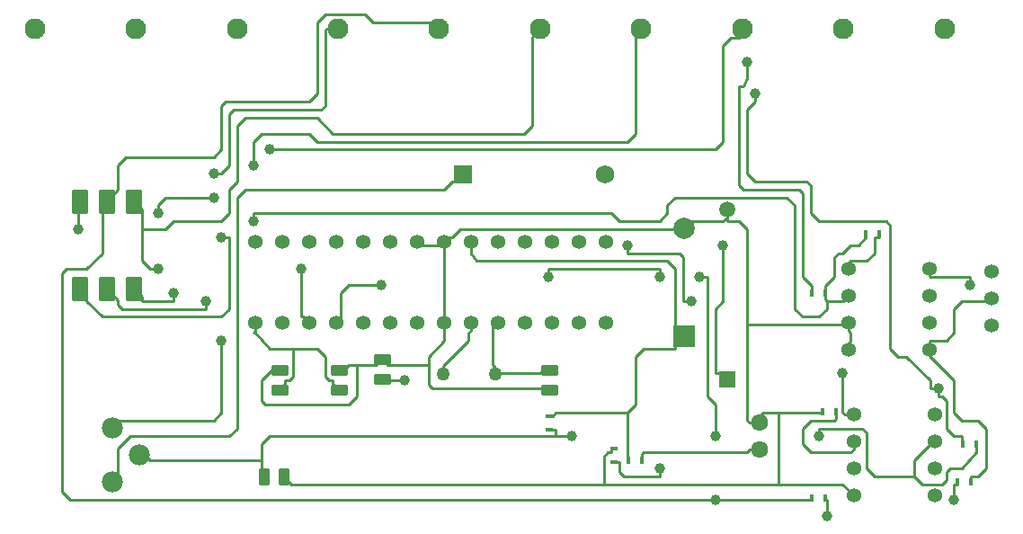
<source format=gtl>
G04 Generated by Ultiboard 13.0 *
%FSLAX25Y25*%
%MOIN*%

%ADD10C,0.00001*%
%ADD11C,0.01000*%
%ADD12C,0.05337*%
%ADD13C,0.05000*%
%ADD14R,0.07874X0.07874*%
%ADD15C,0.07874*%
%ADD16C,0.05906*%
%ADD17R,0.05906X0.05906*%
%ADD18C,0.06334*%
%ADD19C,0.07699*%
%ADD20R,0.06900X0.06900*%
%ADD21C,0.06900*%
%ADD22C,0.03937*%
%ADD23R,0.04251X0.07334*%
%ADD24C,0.01666*%
%ADD25R,0.02251X0.04668*%
%ADD26R,0.04668X0.02251*%
%ADD27R,0.03150X0.01181*%
%ADD28R,0.01181X0.03150*%
%ADD29C,0.07834*%


G04 ColorRGB 00FF00 for the following layer *
%LNCopper Top*%
%LPD*%
G54D10*
G54D11*
X383039Y169000D02*
X381598Y169000D01*
X380906Y168307D01*
X345472Y132874D02*
X346346Y132000D01*
X350000Y132000D01*
X380906Y168307D02*
X345472Y168307D01*
X345472Y132874D01*
X385039Y135000D02*
X381732Y135000D01*
X380906Y135827D01*
X380906Y150591D01*
X327756Y186024D02*
X330709Y186024D01*
X330709Y141732D01*
X333661Y138780D01*
X333661Y126969D01*
X333661Y103346D02*
X369443Y103346D01*
X369443Y103999D01*
X268740Y278000D02*
X265748Y275008D01*
X265748Y242126D01*
X262795Y239173D01*
X191929Y239173D01*
X186024Y245079D01*
X159449Y245079D01*
X156496Y242126D01*
X156496Y221457D01*
X153543Y218504D01*
X153543Y209646D01*
X150591Y206693D01*
X132874Y206693D01*
X129921Y203740D01*
X121063Y211187D02*
X118000Y214250D01*
X129921Y203740D02*
X121063Y203740D01*
X121063Y211187D01*
X416339Y144685D02*
X413386Y144685D01*
X413386Y147638D01*
X404528Y156496D01*
X401575Y156496D01*
X398622Y159449D01*
X398622Y205217D01*
X397146Y206693D01*
X372047Y206693D01*
X369094Y209646D01*
X348425Y221457D02*
X345472Y224409D01*
X345472Y248031D01*
X348425Y250984D01*
X348425Y253937D01*
X132874Y180118D02*
X132874Y177165D01*
X121063Y177165D01*
X121063Y178687D01*
X118000Y181750D01*
X369094Y209646D02*
X369094Y219980D01*
X367618Y221457D01*
X348425Y221457D01*
X292323Y119587D02*
X293799Y121063D01*
X295276Y121063D01*
X295276Y122557D01*
X295999Y122557D01*
X357283Y135827D02*
X357283Y109252D01*
X292323Y109252D01*
X292323Y119587D01*
X147638Y215551D02*
X129921Y215551D01*
X126969Y212598D01*
X126969Y209646D01*
X97441Y203740D02*
X97441Y214250D01*
X98000Y214250D01*
X200787Y153543D02*
X200787Y141732D01*
X197835Y138780D01*
X166831Y138780D01*
X165354Y140256D01*
X165354Y147638D01*
X169383Y151667D01*
X172000Y151667D01*
X428557Y110001D02*
X428557Y112205D01*
X431102Y112205D01*
X434055Y115157D01*
X434055Y129921D01*
X431102Y132874D01*
X425197Y132874D01*
X422244Y135827D01*
X422244Y147638D01*
X412961Y156921D01*
X412961Y159000D01*
X147638Y224409D02*
X150591Y224409D01*
X153543Y227362D01*
X153543Y246555D01*
X155020Y248031D01*
X187500Y248031D01*
X188976Y249508D01*
X188976Y277559D01*
X189417Y278000D01*
X193780Y278000D01*
X350000Y122000D02*
X346409Y122000D01*
X345472Y121063D01*
X307087Y121063D01*
X306557Y120533D01*
X306557Y118001D01*
X144685Y177165D02*
X144685Y174213D01*
X113681Y174213D01*
X112205Y175689D01*
X112205Y177545D01*
X108000Y181750D01*
X436000Y178000D02*
X434890Y178000D01*
X434055Y177165D01*
X425197Y177165D01*
X422244Y174213D01*
X422244Y165354D01*
X419291Y162402D01*
X413386Y162402D01*
X412961Y161976D01*
X412961Y159000D01*
X296001Y117443D02*
X298228Y117443D01*
X298228Y113681D01*
X299705Y112205D01*
X312992Y112205D01*
X312992Y115157D01*
X274606Y129443D02*
X272001Y129443D01*
X280512Y126969D02*
X274606Y126969D01*
X274606Y129443D01*
X322000Y164000D02*
X318898Y164000D01*
X318898Y159449D01*
X307087Y159449D01*
X304134Y156496D01*
X304134Y138780D01*
X301181Y135827D01*
X272000Y151667D02*
X269777Y151667D01*
X268701Y150591D01*
X253937Y150591D01*
X253346Y150000D01*
X252000Y150000D01*
X383039Y179000D02*
X381205Y177165D01*
X375000Y177165D01*
X374557Y177608D01*
X374557Y180001D01*
X333661Y103346D02*
X94488Y103346D01*
X91535Y106299D01*
X91535Y187500D01*
X93012Y188976D01*
X100394Y188976D01*
X106299Y194882D01*
X106299Y214250D01*
X108000Y214250D01*
X324803Y177165D02*
X321850Y177165D01*
X321850Y193406D01*
X320374Y194882D01*
X301181Y194882D01*
X301181Y197835D01*
X306220Y278000D02*
X304134Y275913D01*
X304134Y239173D01*
X301181Y236220D01*
X186024Y236220D01*
X183071Y239173D01*
X165354Y239173D01*
X162402Y236220D01*
X162402Y227362D01*
X180118Y188976D02*
X180118Y171260D01*
X180780Y171260D01*
X183000Y169039D01*
X338000Y148000D02*
X338000Y150591D01*
X333661Y150591D01*
X333661Y174213D01*
X336614Y177165D01*
X336614Y197835D01*
X233000Y169039D02*
X233000Y165622D01*
X233268Y165354D01*
X233268Y162402D01*
X212123Y153543D02*
X210000Y155667D01*
X233268Y162402D02*
X227362Y156496D01*
X227362Y153543D01*
X212123Y153543D01*
X177165Y159449D02*
X168307Y159449D01*
X163000Y165354D01*
X163000Y165953D01*
X163000Y169039D01*
X243000Y169039D02*
X243000Y166228D01*
X242126Y165354D01*
X242126Y162402D01*
X232833Y153109D01*
X232833Y150000D01*
X430557Y124001D02*
X430557Y121063D01*
X425197Y115157D01*
X420768Y115157D01*
X419291Y113681D01*
X419291Y110728D01*
X417815Y109252D01*
X410433Y109252D01*
X407480Y112205D01*
X407480Y118110D01*
X413386Y124016D01*
X413976Y124016D01*
X414961Y125000D01*
X425443Y123999D02*
X425197Y123999D01*
X425197Y126969D01*
X422244Y126969D01*
X419291Y129921D01*
X419291Y140256D01*
X417815Y141732D01*
X416339Y141732D01*
X416339Y144685D01*
X373443Y135999D02*
X373443Y135827D01*
X351378Y135827D01*
X350000Y134449D01*
X350000Y132000D01*
X194000Y144333D02*
X191929Y146404D01*
X191929Y147638D01*
X190453Y147638D01*
X188976Y149114D01*
X188976Y156496D01*
X186024Y159449D01*
X177165Y149114D02*
X175689Y147638D01*
X174213Y147638D01*
X174213Y146546D01*
X172000Y144333D01*
X186024Y159449D02*
X177165Y159449D01*
X177165Y149114D01*
X394557Y202001D02*
X394557Y200787D01*
X392717Y200787D01*
X392717Y194882D01*
X389764Y191929D01*
X383858Y191929D01*
X383039Y191110D01*
X383039Y189000D01*
X312992Y186024D02*
X312992Y188976D01*
X271654Y188976D01*
X271654Y186024D01*
X210000Y155667D02*
X207877Y153543D01*
X197835Y153543D01*
X195958Y151667D01*
X194000Y151667D01*
X292323Y109252D02*
X176415Y109252D01*
X173667Y112000D01*
X272000Y144333D02*
X272000Y144685D01*
X228839Y144685D01*
X227362Y146161D01*
X227362Y153543D01*
X163000Y169039D02*
X163000Y165953D01*
X162402Y165354D01*
X374557Y180001D02*
X374557Y177608D01*
X375000Y177165D01*
X375000Y174213D01*
X372047Y171260D01*
X366142Y171260D01*
X363189Y174213D01*
X363189Y212598D01*
X360236Y215551D01*
X318898Y215551D01*
X315945Y212598D01*
X315945Y209646D01*
X312992Y206693D01*
X298228Y206693D01*
X295276Y209646D01*
X162402Y209646D01*
X162402Y206693D01*
X150591Y200787D02*
X153543Y200787D01*
X153543Y174213D01*
X150591Y171260D01*
X106299Y171260D01*
X100394Y177165D01*
X100394Y179356D01*
X98000Y181750D01*
X375000Y97441D02*
X375000Y103346D01*
X374557Y103346D01*
X374557Y104001D01*
X428150Y183071D02*
X428150Y186024D01*
X413386Y186024D01*
X412961Y186449D01*
X412961Y189000D01*
X233000Y198961D02*
X233000Y195150D01*
X233268Y194882D01*
X233268Y171260D01*
X233000Y170992D01*
X233000Y169039D01*
X166333Y112000D02*
X166333Y114178D01*
X165354Y115157D01*
X165354Y118110D01*
X231260Y278000D02*
X228748Y280512D01*
X206693Y280512D01*
X203740Y283465D01*
X188976Y283465D01*
X186024Y280512D01*
X186024Y253937D01*
X183071Y250984D01*
X150591Y233268D02*
X147638Y230315D01*
X115157Y230315D01*
X112205Y227362D01*
X112205Y218455D01*
X108000Y214250D01*
X183071Y250984D02*
X152067Y250984D01*
X150591Y249508D01*
X150591Y233268D01*
X407480Y112205D02*
X392717Y112205D01*
X389764Y115157D01*
X389764Y128445D01*
X388287Y129921D01*
X372047Y129921D01*
X372047Y126969D01*
X126969Y188976D02*
X124016Y188976D01*
X121063Y191929D01*
X121063Y203740D01*
X343701Y278000D02*
X343701Y275787D01*
X342520Y274606D01*
X339567Y274606D01*
X336614Y271654D01*
X336614Y236220D01*
X333661Y233268D01*
X168307Y233268D01*
X209646Y183071D02*
X197835Y183071D01*
X194882Y180118D01*
X194882Y170921D01*
X193000Y169039D01*
X383039Y169000D02*
X383039Y166173D01*
X383858Y165354D01*
X383858Y162402D01*
X383039Y161583D01*
X383039Y159000D01*
X301443Y117999D02*
X301181Y117999D01*
X274606Y135827D02*
X273336Y134557D01*
X271999Y134557D01*
X301181Y117999D02*
X301181Y135827D01*
X274606Y135827D01*
X218504Y147638D02*
X210000Y147638D01*
X210000Y148333D01*
X369443Y179999D02*
X369443Y182722D01*
X366142Y186024D01*
X366142Y217028D01*
X364665Y218504D01*
X343996Y218504D01*
X342520Y219980D01*
X342520Y255413D01*
X342520Y256890D01*
X343996Y256890D01*
X345472Y259843D01*
X345472Y265748D01*
X423443Y109999D02*
X423443Y109252D01*
X422244Y109252D01*
X422244Y103346D01*
X233000Y198961D02*
X231441Y198961D01*
X230315Y197835D01*
X224126Y197835D01*
X223000Y198961D01*
X338000Y210992D02*
X338000Y208079D01*
X336614Y206693D01*
X324693Y206693D01*
X322000Y204000D01*
X319157Y204000D01*
X318898Y203740D01*
X239173Y203740D01*
X236220Y200787D01*
X234827Y200787D01*
X233000Y198961D01*
X345472Y168307D02*
X345472Y203740D01*
X342520Y206693D01*
X338000Y206693D01*
X338000Y210992D01*
X385039Y105000D02*
X383858Y106181D01*
X383858Y106299D01*
X380906Y109252D01*
X357283Y109252D01*
X274606Y126969D02*
X168307Y126969D01*
X165354Y124016D01*
X165354Y118110D01*
X322000Y164000D02*
X318898Y164000D01*
X318898Y188976D01*
X315945Y191929D01*
X245079Y191929D01*
X243000Y194882D01*
X243000Y195756D01*
X243000Y198961D01*
X253000Y169039D02*
X251717Y169039D01*
X250984Y168307D01*
X250984Y153543D01*
X252000Y152528D01*
X252000Y150000D01*
X374557Y180001D02*
X374557Y182628D01*
X377953Y186024D01*
X377953Y193406D01*
X379429Y194882D01*
X380906Y194882D01*
X383858Y197835D01*
X386811Y197835D01*
X389443Y200787D01*
X389443Y201108D01*
X389443Y201999D01*
X385039Y125000D02*
X385039Y122244D01*
X383858Y121063D01*
X369094Y121063D01*
X366142Y124016D01*
X366142Y129921D01*
X369094Y132874D01*
X377953Y132874D01*
X378557Y133478D01*
X378557Y136001D01*
X112205Y112205D02*
X110000Y110000D01*
X112205Y122539D02*
X112205Y112205D01*
X116634Y126969D02*
X112205Y122539D01*
X153543Y126969D02*
X116634Y126969D01*
X156496Y129921D02*
X153543Y126969D01*
X156496Y215551D02*
X156496Y129921D01*
X159449Y218504D02*
X156496Y215551D01*
X233268Y218504D02*
X159449Y218504D01*
X236220Y221457D02*
X233268Y218504D01*
X240000Y221457D02*
X236220Y221457D01*
X240000Y224000D02*
X240000Y221457D01*
X122126Y120000D02*
X120000Y120000D01*
X124016Y118110D02*
X122126Y120000D01*
X165354Y118110D02*
X124016Y118110D01*
X112205Y132205D02*
X110000Y130000D01*
X112205Y132874D02*
X112205Y132205D01*
X147638Y132874D02*
X112205Y132874D01*
X150591Y135827D02*
X147638Y132874D01*
X150591Y162402D02*
X150591Y135827D01*
G54D12*
X163000Y169039D03*
X173000Y169039D03*
X183000Y169039D03*
X193000Y169039D03*
X203000Y169039D03*
X213000Y169039D03*
X223000Y169039D03*
X233000Y169039D03*
X243000Y169039D03*
X253000Y169039D03*
X263000Y169039D03*
X273000Y169039D03*
X283000Y169039D03*
X293000Y169039D03*
X163000Y198961D03*
X173000Y198961D03*
X183000Y198961D03*
X193000Y198961D03*
X203000Y198961D03*
X213000Y198961D03*
X223000Y198961D03*
X233000Y198961D03*
X243000Y198961D03*
X253000Y198961D03*
X263000Y198961D03*
X273000Y198961D03*
X283000Y198961D03*
X293000Y198961D03*
X385039Y135000D03*
X414961Y125000D03*
X385039Y125000D03*
X385039Y115000D03*
X385039Y105000D03*
X414961Y135000D03*
X414961Y115000D03*
X414961Y105000D03*
X383039Y189000D03*
X412961Y169000D03*
X383039Y179000D03*
X383039Y169000D03*
X383039Y159000D03*
X412961Y189000D03*
X412961Y179000D03*
X412961Y159000D03*
X436000Y188000D03*
X436000Y178000D03*
X436000Y168000D03*
G54D13*
X252000Y150000D03*
X232833Y150000D03*
G54D14*
X322000Y164000D03*
G54D15*
X322000Y204000D03*
G54D16*
X338000Y210992D03*
G54D17*
X338000Y148000D03*
G54D18*
X350000Y122000D03*
X350000Y132000D03*
G54D19*
X81339Y278000D03*
X118819Y278000D03*
X156299Y278000D03*
X193780Y278000D03*
X231260Y278000D03*
X268740Y278000D03*
X306220Y278000D03*
X343701Y278000D03*
X381181Y278000D03*
X418661Y278000D03*
G54D20*
X240000Y224000D03*
G54D21*
X292756Y224000D03*
G54D22*
X348425Y253937D03*
X132874Y180118D03*
X416339Y144685D03*
X422244Y103346D03*
X218504Y147638D03*
X147638Y224409D03*
X336614Y197835D03*
X168307Y233268D03*
X209646Y183071D03*
X428150Y183071D03*
X162402Y206693D03*
X150591Y200787D03*
X312992Y186024D03*
X271654Y186024D03*
X380906Y150591D03*
X327756Y186024D03*
X333661Y126969D03*
X333661Y103346D03*
X312992Y115157D03*
X280512Y126969D03*
X162402Y227362D03*
X180118Y188976D03*
X144685Y177165D03*
X375000Y97441D03*
X324803Y177165D03*
X301181Y197835D03*
X147638Y215551D03*
X126969Y209646D03*
X97441Y203740D03*
X372047Y126969D03*
X126969Y188976D03*
X345472Y265748D03*
X150591Y162402D03*
G54D23*
X98000Y181750D03*
X98000Y214250D03*
X108000Y214250D03*
X118000Y214250D03*
X118000Y181750D03*
X108000Y181750D03*
G54D24*
X95875Y178083D02*
X100125Y178083D01*
X100125Y185417D01*
X95875Y185417D01*
X95875Y178083D01*D02*
X95875Y210583D02*
X100125Y210583D01*
X100125Y217917D01*
X95875Y217917D01*
X95875Y210583D01*D02*
X105875Y210583D02*
X110125Y210583D01*
X110125Y217917D01*
X105875Y217917D01*
X105875Y210583D01*D02*
X115875Y210583D02*
X120125Y210583D01*
X120125Y217917D01*
X115875Y217917D01*
X115875Y210583D01*D02*
X115875Y178083D02*
X120125Y178083D01*
X120125Y185417D01*
X115875Y185417D01*
X115875Y178083D01*D02*
X105875Y178083D02*
X110125Y178083D01*
X110125Y185417D01*
X105875Y185417D01*
X105875Y178083D01*D02*
X172542Y109666D02*
X174792Y109666D01*
X174792Y114334D01*
X172542Y114334D01*
X172542Y109666D01*D02*
X165208Y109666D02*
X167458Y109666D01*
X167458Y114334D01*
X165208Y114334D01*
X165208Y109666D01*D02*
X191666Y150542D02*
X196334Y150542D01*
X196334Y152792D01*
X191666Y152792D01*
X191666Y150542D01*D02*
X191666Y143208D02*
X196334Y143208D01*
X196334Y145458D01*
X191666Y145458D01*
X191666Y143208D01*D02*
X169666Y150542D02*
X174334Y150542D01*
X174334Y152792D01*
X169666Y152792D01*
X169666Y150542D01*D02*
X169666Y143208D02*
X174334Y143208D01*
X174334Y145458D01*
X169666Y145458D01*
X169666Y143208D01*D02*
X207666Y147208D02*
X212334Y147208D01*
X212334Y149458D01*
X207666Y149458D01*
X207666Y147208D01*D02*
X207666Y154542D02*
X212334Y154542D01*
X212334Y156792D01*
X207666Y156792D01*
X207666Y154542D01*D02*
X269666Y150542D02*
X274334Y150542D01*
X274334Y152792D01*
X269666Y152792D01*
X269666Y150542D01*D02*
X269666Y143208D02*
X274334Y143208D01*
X274334Y145458D01*
X269666Y145458D01*
X269666Y143208D01*D02*
G54D25*
X173667Y112000D03*
X166333Y112000D03*
G54D26*
X194000Y151667D03*
X194000Y144333D03*
X172000Y151667D03*
X172000Y144333D03*
X210000Y148333D03*
X210000Y155667D03*
X272000Y151667D03*
X272000Y144333D03*
G54D27*
X295999Y122557D03*
X296001Y117443D03*
X271999Y134557D03*
X272001Y129443D03*
G54D28*
X306557Y118001D03*
X301443Y117999D03*
X369443Y179999D03*
X374557Y180001D03*
X389443Y201999D03*
X394557Y202001D03*
X373443Y135999D03*
X378557Y136001D03*
X423443Y109999D03*
X428557Y110001D03*
X369443Y103999D03*
X374557Y104001D03*
X425443Y123999D03*
X430557Y124001D03*
G54D29*
X120000Y120000D03*
X110000Y110000D03*
X110000Y130000D03*

M02*

</source>
